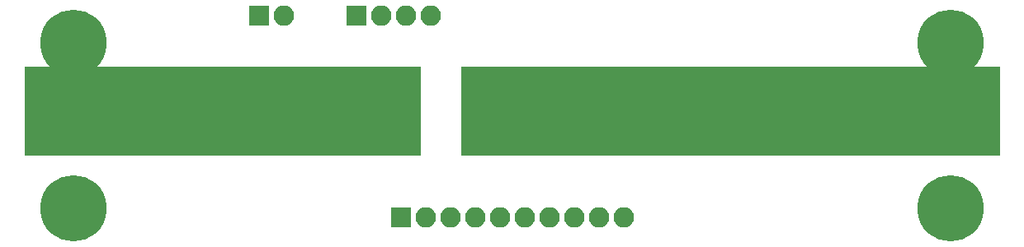
<source format=gbr>
G04 #@! TF.GenerationSoftware,KiCad,Pcbnew,(5.1.5-0-10_14)*
G04 #@! TF.CreationDate,2020-04-19T21:27:58+02:00*
G04 #@! TF.ProjectId,inuk-passive-led-shield,696e756b-2d70-4617-9373-6976652d6c65,rev?*
G04 #@! TF.SameCoordinates,Original*
G04 #@! TF.FileFunction,Soldermask,Bot*
G04 #@! TF.FilePolarity,Negative*
%FSLAX46Y46*%
G04 Gerber Fmt 4.6, Leading zero omitted, Abs format (unit mm)*
G04 Created by KiCad (PCBNEW (5.1.5-0-10_14)) date 2020-04-19 21:27:58*
%MOMM*%
%LPD*%
G04 APERTURE LIST*
%ADD10C,0.100000*%
%ADD11C,1.200000*%
%ADD12C,6.800000*%
%ADD13O,2.100000X2.100000*%
%ADD14R,2.100000X2.100000*%
G04 APERTURE END LIST*
D10*
G36*
X95500000Y-134500000D02*
G01*
X55000000Y-134500000D01*
X55000000Y-125500000D01*
X95500000Y-125500000D01*
X95500000Y-134500000D01*
G37*
X95500000Y-134500000D02*
X55000000Y-134500000D01*
X55000000Y-125500000D01*
X95500000Y-125500000D01*
X95500000Y-134500000D01*
G36*
X155000000Y-134500000D02*
G01*
X99750000Y-134500000D01*
X99750000Y-125500000D01*
X155000000Y-125500000D01*
X155000000Y-134500000D01*
G37*
X155000000Y-134500000D02*
X99750000Y-134500000D01*
X99750000Y-125500000D01*
X155000000Y-125500000D01*
X155000000Y-134500000D01*
D11*
X61697056Y-138302944D03*
X60000000Y-137600000D03*
X58302944Y-138302944D03*
X57600000Y-140000000D03*
X58302944Y-141697056D03*
X60000000Y-142400000D03*
X61697056Y-141697056D03*
X62400000Y-140000000D03*
D12*
X60000000Y-140000000D03*
D11*
X151697056Y-138302944D03*
X150000000Y-137600000D03*
X148302944Y-138302944D03*
X147600000Y-140000000D03*
X148302944Y-141697056D03*
X150000000Y-142400000D03*
X151697056Y-141697056D03*
X152400000Y-140000000D03*
D12*
X150000000Y-140000000D03*
D11*
X151697056Y-121302944D03*
X150000000Y-120600000D03*
X148302944Y-121302944D03*
X147600000Y-123000000D03*
X148302944Y-124697056D03*
X150000000Y-125400000D03*
X151697056Y-124697056D03*
X152400000Y-123000000D03*
D12*
X150000000Y-123000000D03*
D11*
X61697056Y-121302944D03*
X60000000Y-120600000D03*
X58302944Y-121302944D03*
X57600000Y-123000000D03*
X58302944Y-124697056D03*
X60000000Y-125400000D03*
X61697056Y-124697056D03*
X62400000Y-123000000D03*
D12*
X60000000Y-123000000D03*
D13*
X81570000Y-120220000D03*
D14*
X79030000Y-120220000D03*
D13*
X116430000Y-140970000D03*
X113890000Y-140970000D03*
X111350000Y-140970000D03*
X108810000Y-140970000D03*
X106270000Y-140970000D03*
X103730000Y-140970000D03*
X101190000Y-140970000D03*
X98650000Y-140970000D03*
X96110000Y-140970000D03*
D14*
X93570000Y-140970000D03*
D13*
X96650000Y-120220000D03*
X94110000Y-120220000D03*
X91570000Y-120220000D03*
D14*
X89030000Y-120220000D03*
M02*

</source>
